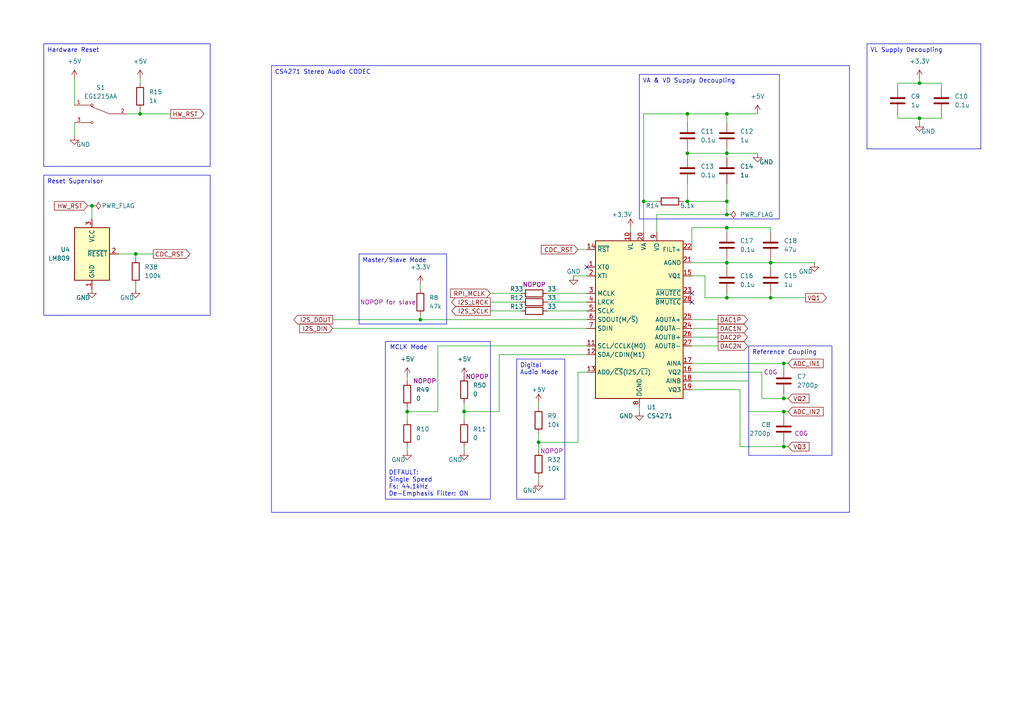
<source format=kicad_sch>
(kicad_sch (version 20230121) (generator eeschema)
  (paper "A4")
  (title_block (title "The Raspberry Jam") (date "2024-02-05") (rev "REV A0") (company "Engineer: Jed Scott"))
  (lib_symbols
    (symbol "Device:C" (pin_numbers hide) (pin_names (offset 0.254))
      (property "Reference" "C" (at 0.635 2.54 0))
      (property "Value" "C" (at 0.635 -2.54 0))
      (symbol "C_0_1"
        (polyline (pts (xy -2.032 -0.762) (xy 2.032 -0.762)) (stroke (width 0.508)))
        (polyline (pts (xy -2.032 0.762) (xy 2.032 0.762)) (stroke (width 0.508)))
      )
      (symbol "C_1_1"
        (pin passive line (at 0 3.81 270) (length 2.794) (name "~") (number "1"))
        (pin passive line (at 0 -3.81 90) (length 2.794) (name "~") (number "2"))
      )
    )
    (symbol "Device:R" (pin_numbers hide) (pin_names (offset 0))
      (property "Reference" "R" (at 2.032 0 90))
      (property "Value" "R" (at 0 0 90))
      (symbol "R_0_1"
        (rectangle (start -1.016 -2.54) (end 1.016 2.54) (stroke (width 0.254)))
      )
      (symbol "R_1_1"
        (pin passive line (at 0 3.81 270) (length 1.27) (name "~") (number "1"))
        (pin passive line (at 0 -3.81 90) (length 1.27) (name "~") (number "2"))
      )
    )
    (symbol "EG1215AA:EG1215AA" (pin_names (offset 1.016))
      (property "Reference" "S" (at -2.54 5.08 0))
      (property "Value" "EG1215AA" (at -2.54 -5.08 0))
      (symbol "EG1215AA_0_0"
        (polyline (pts (xy -2.54 0) (xy -5.08 0)) (stroke (width 0.1524)))
        (polyline (pts (xy -2.54 0) (xy 2.794 2.1336)) (stroke (width 0.1524)))
        (polyline (pts (xy 5.08 -2.54) (xy 2.921 -2.54)) (stroke (width 0.1524)))
        (polyline (pts (xy 5.08 2.54) (xy 2.921 2.54)) (stroke (width 0.1524)))
        (circle (center 2.54 -2.54) (radius 0.3302) (stroke (width 0.1524)))
        (circle (center 2.54 2.54) (radius 0.3302) (stroke (width 0.1524)))
        (pin passive line (at 7.62 2.54 180) (length 2.54) (name "~") (number "1"))
        (pin passive line (at -7.62 0 0) (length 2.54) (name "~") (number "2"))
        (pin passive line (at 7.62 -2.54 180) (length 2.54) (name "~") (number "3"))
      )
    )
    (symbol "New_Library:CS4271"
      (property "Reference" "U" (at -12.7 24.13 0))
      (property "Value" "CS4271" (at 5.08 -24.13 0))
      (symbol "CS4271_0_1"
        (rectangle (start -12.7 22.86) (end 12.7 -22.86) (stroke (width 0.254)) (fill (type background)))
      )
      (symbol "CS4271_1_1"
        (pin output line (at -15.24 15.24 0) (length 2.54) (name "XT0") (number "1"))
        (pin power_in line (at -2.54 25.4 270) (length 2.54) (name "VL") (number "10"))
        (pin input line (at -15.24 -7.62 0) (length 2.54) (name "SCL/CCLK(M0)") (number "11"))
        (pin bidirectional line (at -15.24 -10.16 0) (length 2.54) (name "SDA/CDIN(M1)") (number "12"))
        (pin input line (at -15.24 -15.24 0) (length 2.54) (name "AD0/~{CS}(I2S/~{LJ})") (number "13"))
        (pin input line (at -15.24 20.32 0) (length 2.54) (name "~{RST}") (number "14"))
        (pin output line (at 15.24 12.7 180) (length 2.54) (name "VQ1") (number "15"))
        (pin input line (at 15.24 -15.24 180) (length 2.54) (name "VQ2") (number "16"))
        (pin input line (at 15.24 -12.7 180) (length 2.54) (name "AINA") (number "17"))
        (pin input line (at 15.24 -17.78 180) (length 2.54) (name "AINB") (number "18"))
        (pin input line (at 15.24 -20.32 180) (length 2.54) (name "VQ3") (number "19"))
        (pin input line (at -15.24 12.7 0) (length 2.54) (name "XTI") (number "2"))
        (pin power_in line (at 1.27 25.4 270) (length 2.54) (name "VA") (number "20"))
        (pin power_in line (at 15.24 16.51 180) (length 2.54) (name "AGND") (number "21"))
        (pin output line (at 15.24 20.32 180) (length 2.54) (name "FILT+") (number "22"))
        (pin output line (at 15.24 7.62 180) (length 2.54) (name "~{AMUTEC}") (number "23"))
        (pin output line (at 15.24 -2.54 180) (length 2.54) (name "AOUTA-") (number "24"))
        (pin output line (at 15.24 0 180) (length 2.54) (name "AOUTA+") (number "25"))
        (pin output line (at 15.24 -5.08 180) (length 2.54) (name "AOUTB+") (number "26"))
        (pin output line (at 15.24 -7.62 180) (length 2.54) (name "AOUTB-") (number "27"))
        (pin output line (at 15.24 5.08 180) (length 2.54) (name "~{BMUTEC}") (number "28"))
        (pin bidirectional line (at -15.24 7.62 0) (length 2.54) (name "MCLK") (number "3"))
        (pin bidirectional line (at -15.24 5.08 0) (length 2.54) (name "LRCK") (number "4"))
        (pin bidirectional line (at -15.24 2.54 0) (length 2.54) (name "SCLK") (number "5"))
        (pin output line (at -15.24 0 0) (length 2.54) (name "SDOUT(M/~{S})") (number "6"))
        (pin input line (at -15.24 -2.54 0) (length 2.54) (name "SDIN") (number "7"))
        (pin power_in line (at 0 -25.4 90) (length 2.54) (name "DGND") (number "8"))
        (pin power_in line (at 5.08 25.4 270) (length 2.54) (name "VD") (number "9"))
      )
    )
    (symbol "Power_Supervisor:LM809"
      (property "Reference" "U" (at 2.54 12.7 0))
      (property "Value" "LM809" (at 5.08 10.16 0))
      (symbol "LM809_0_1"
        (rectangle (start 5.08 7.62) (end -5.08 -7.62) (stroke (width 0.254)) (fill (type background)))
      )
      (symbol "LM809_1_1"
        (pin power_in line (at 0 -10.16 90) (length 2.54) (name "GND") (number "1"))
        (pin output line (at 7.62 0 180) (length 2.54) (name "~{RESET}") (number "2"))
        (pin power_in line (at 0 10.16 270) (length 2.54) (name "VCC") (number "3"))
      )
    )
    (symbol "power:+3.3V" (power) (pin_names (offset 0))
      (property "Value" "+3.3V" (at 0 3.556 0))
      (symbol "+3.3V_0_1"
        (polyline (pts (xy -0.762 1.27) (xy 0 2.54)))
        (polyline (pts (xy 0 0) (xy 0 2.54)))
        (polyline (pts (xy 0 2.54) (xy 0.762 1.27)))
      )
      (symbol "+3.3V_1_1"
        (pin power_in line (at 0 0 90) (length 0) hide (name "+3.3V") (number "1"))
      )
    )
    (symbol "power:+5V" (power) (pin_names (offset 0))
      (property "Value" "+5V" (at 0 3.556 0))
      (symbol "+5V_0_1"
        (polyline (pts (xy -0.762 1.27) (xy 0 2.54)))
        (polyline (pts (xy 0 0) (xy 0 2.54)))
        (polyline (pts (xy 0 2.54) (xy 0.762 1.27)))
      )
      (symbol "+5V_1_1"
        (pin power_in line (at 0 0 90) (length 0) hide (name "+5V") (number "1"))
      )
    )
    (symbol "power:GND" (power) (pin_names (offset 0))
      (property "Value" "GND" (at 0 -3.81 0))
      (symbol "GND_0_1"
        (polyline (pts (xy 0 0) (xy 0 -1.27) (xy 1.27 -1.27) (xy 0 -2.54) (xy -1.27 -1.27) (xy 0 -1.27)))
      )
      (symbol "GND_1_1"
        (pin power_in line (at 0 0 270) (length 0) hide (name "GND") (number "1"))
      )
    )
    (symbol "power:PWR_FLAG" (power) (pin_numbers hide) (pin_names (offset 0) hide)
      (property "Value" "PWR_FLAG" (at 0 3.81 0))
      (symbol "PWR_FLAG_0_0"
        (pin power_out line (at 0 0 90) (length 0) (name "pwr") (number "1"))
      )
      (symbol "PWR_FLAG_0_1"
        (polyline (pts (xy 0 0) (xy 0 1.27) (xy -1.016 1.905) (xy 0 2.54) (xy 1.016 1.905) (xy 0 1.27)))
      )
    )
  )
  (junction (at 227.33 105.41))
  (junction (at 134.62 119.38))
  (junction (at 199.39 58.42))
  (junction (at 210.82 58.42))
  (junction (at 210.82 86.36))
  (junction (at 156.21 128.27))
  (junction (at 39.37 73.66))
  (junction (at 199.39 33.02))
  (junction (at 227.33 115.57))
  (junction (at 118.11 119.38))
  (junction (at 186.69 58.42))
  (junction (at 227.33 129.54))
  (junction (at 210.82 44.45))
  (junction (at 210.82 76.2))
  (junction (at 210.82 33.02))
  (junction (at 210.82 62.23))
  (junction (at 121.92 92.71))
  (junction (at 223.52 86.36))
  (junction (at 223.52 76.2))
  (junction (at 26.67 59.69))
  (junction (at 266.7 24.13))
  (junction (at 199.39 44.45))
  (junction (at 40.64 33.02))
  (junction (at 210.82 66.04))
  (junction (at 266.7 34.29))
  (junction (at 227.33 119.38))
  (no_connect (at 200.66 87.63))
  (no_connect (at 200.66 85.09))
  (no_connect (at 170.18 77.47))
  (wire (pts (xy 199.39 43.18) (xy 199.39 44.45)))
  (wire (pts (xy 144.78 119.38) (xy 144.78 102.87)))
  (wire (pts (xy 199.39 44.45) (xy 210.82 44.45)))
  (wire (pts (xy 158.75 87.63) (xy 170.18 87.63)))
  (wire (pts (xy 200.66 110.49) (xy 217.17 110.49)))
  (wire (pts (xy 214.63 129.54) (xy 227.33 129.54)))
  (wire (pts (xy 266.7 24.13) (xy 260.35 24.13)))
  (wire (pts (xy 198.12 58.42) (xy 199.39 58.42)))
  (wire (pts (xy 210.82 86.36) (xy 223.52 86.36)))
  (wire (pts (xy 190.5 62.23) (xy 190.5 67.31)))
  (wire (pts (xy 266.7 34.29) (xy 273.05 34.29)))
  (wire (pts (xy 227.33 129.54) (xy 227.33 128.27)))
  (wire (pts (xy 266.7 34.29) (xy 266.7 35.56)))
  (wire (pts (xy 227.33 119.38) (xy 228.6 119.38)))
  (wire (pts (xy 127 119.38) (xy 127 100.33)))
  (wire (pts (xy 204.47 80.01) (xy 200.66 80.01)))
  (wire (pts (xy 118.11 109.22) (xy 118.11 110.49)))
  (wire (pts (xy 40.64 22.86) (xy 40.64 24.13)))
  (wire (pts (xy 36.83 33.02) (xy 40.64 33.02)))
  (wire (pts (xy 96.52 95.25) (xy 170.18 95.25)))
  (wire (pts (xy 227.33 115.57) (xy 227.33 114.3)))
  (wire (pts (xy 266.7 34.29) (xy 260.35 34.29)))
  (wire (pts (xy 204.47 86.36) (xy 204.47 80.01)))
  (wire (pts (xy 223.52 76.2) (xy 223.52 77.47)))
  (wire (pts (xy 204.47 86.36) (xy 210.82 86.36)))
  (wire (pts (xy 273.05 33.02) (xy 273.05 34.29)))
  (wire (pts (xy 199.39 33.02) (xy 199.39 35.56)))
  (wire (pts (xy 142.24 87.63) (xy 151.13 87.63)))
  (wire (pts (xy 228.6 129.54) (xy 227.33 129.54)))
  (wire (pts (xy 260.35 34.29) (xy 260.35 33.02)))
  (wire (pts (xy 223.52 76.2) (xy 236.22 76.2)))
  (wire (pts (xy 223.52 86.36) (xy 233.68 86.36)))
  (wire (pts (xy 156.21 128.27) (xy 167.64 128.27)))
  (wire (pts (xy 210.82 74.93) (xy 210.82 76.2)))
  (wire (pts (xy 200.66 72.39) (xy 200.66 66.04)))
  (wire (pts (xy 266.7 22.86) (xy 266.7 24.13)))
  (wire (pts (xy 182.88 66.04) (xy 182.88 67.31)))
  (wire (pts (xy 40.64 31.75) (xy 40.64 33.02)))
  (wire (pts (xy 223.52 74.93) (xy 223.52 76.2)))
  (wire (pts (xy 158.75 85.09) (xy 170.18 85.09)))
  (wire (pts (xy 25.4 59.69) (xy 26.67 59.69)))
  (wire (pts (xy 142.24 85.09) (xy 151.13 85.09)))
  (wire (pts (xy 210.82 33.02) (xy 219.71 33.02)))
  (wire (pts (xy 134.62 119.38) (xy 134.62 121.92)))
  (wire (pts (xy 220.98 107.95) (xy 220.98 115.57)))
  (wire (pts (xy 156.21 128.27) (xy 156.21 130.81)))
  (wire (pts (xy 210.82 76.2) (xy 223.52 76.2)))
  (wire (pts (xy 185.42 118.11) (xy 185.42 119.38)))
  (wire (pts (xy 214.63 113.03) (xy 214.63 129.54)))
  (wire (pts (xy 186.69 58.42) (xy 190.5 58.42)))
  (wire (pts (xy 227.33 115.57) (xy 228.6 115.57)))
  (wire (pts (xy 167.64 72.39) (xy 170.18 72.39)))
  (wire (pts (xy 210.82 43.18) (xy 210.82 44.45)))
  (wire (pts (xy 227.33 105.41) (xy 228.6 105.41)))
  (wire (pts (xy 134.62 130.81) (xy 134.62 129.54)))
  (wire (pts (xy 34.29 73.66) (xy 39.37 73.66)))
  (wire (pts (xy 210.82 62.23) (xy 190.5 62.23)))
  (wire (pts (xy 200.66 113.03) (xy 214.63 113.03)))
  (wire (pts (xy 118.11 118.11) (xy 118.11 119.38)))
  (wire (pts (xy 200.66 92.71) (xy 208.28 92.71)))
  (wire (pts (xy 21.59 35.56) (xy 21.59 39.37)))
  (wire (pts (xy 121.92 92.71) (xy 170.18 92.71)))
  (wire (pts (xy 127 119.38) (xy 118.11 119.38)))
  (wire (pts (xy 210.82 53.34) (xy 210.82 58.42)))
  (wire (pts (xy 210.82 58.42) (xy 210.82 62.23)))
  (wire (pts (xy 127 100.33) (xy 170.18 100.33)))
  (wire (pts (xy 217.17 110.49) (xy 217.17 119.38)))
  (wire (pts (xy 273.05 25.4) (xy 273.05 24.13)))
  (wire (pts (xy 217.17 119.38) (xy 227.33 119.38)))
  (wire (pts (xy 167.64 128.27) (xy 167.64 107.95)))
  (wire (pts (xy 199.39 58.42) (xy 210.82 58.42)))
  (wire (pts (xy 199.39 53.34) (xy 199.39 58.42)))
  (wire (pts (xy 210.82 44.45) (xy 219.71 44.45)))
  (wire (pts (xy 210.82 76.2) (xy 210.82 77.47)))
  (wire (pts (xy 118.11 121.92) (xy 118.11 119.38)))
  (wire (pts (xy 156.21 138.43) (xy 156.21 139.7)))
  (wire (pts (xy 200.66 107.95) (xy 220.98 107.95)))
  (wire (pts (xy 227.33 105.41) (xy 227.33 106.68)))
  (wire (pts (xy 266.7 24.13) (xy 273.05 24.13)))
  (wire (pts (xy 96.52 92.71) (xy 121.92 92.71)))
  (wire (pts (xy 260.35 25.4) (xy 260.35 24.13)))
  (wire (pts (xy 186.69 33.02) (xy 186.69 58.42)))
  (wire (pts (xy 200.66 97.79) (xy 208.28 97.79)))
  (wire (pts (xy 26.67 59.69) (xy 26.67 63.5)))
  (wire (pts (xy 200.66 105.41) (xy 227.33 105.41)))
  (wire (pts (xy 134.62 119.38) (xy 144.78 119.38)))
  (wire (pts (xy 134.62 116.84) (xy 134.62 119.38)))
  (wire (pts (xy 210.82 33.02) (xy 210.82 35.56)))
  (wire (pts (xy 199.39 44.45) (xy 199.39 45.72)))
  (wire (pts (xy 121.92 82.55) (xy 121.92 83.82)))
  (wire (pts (xy 200.66 66.04) (xy 210.82 66.04)))
  (wire (pts (xy 39.37 82.55) (xy 39.37 83.82)))
  (wire (pts (xy 156.21 125.73) (xy 156.21 128.27)))
  (wire (pts (xy 39.37 73.66) (xy 39.37 74.93)))
  (wire (pts (xy 223.52 85.09) (xy 223.52 86.36)))
  (wire (pts (xy 156.21 116.84) (xy 156.21 118.11)))
  (wire (pts (xy 223.52 66.04) (xy 223.52 67.31)))
  (wire (pts (xy 199.39 33.02) (xy 210.82 33.02)))
  (wire (pts (xy 21.59 22.86) (xy 21.59 30.48)))
  (wire (pts (xy 200.66 76.2) (xy 210.82 76.2)))
  (wire (pts (xy 118.11 130.81) (xy 118.11 129.54)))
  (wire (pts (xy 210.82 66.04) (xy 223.52 66.04)))
  (wire (pts (xy 144.78 102.87) (xy 170.18 102.87)))
  (wire (pts (xy 220.98 115.57) (xy 227.33 115.57)))
  (wire (pts (xy 186.69 58.42) (xy 186.69 67.31)))
  (wire (pts (xy 210.82 85.09) (xy 210.82 86.36)))
  (wire (pts (xy 200.66 95.25) (xy 208.28 95.25)))
  (wire (pts (xy 170.18 80.01) (xy 166.37 80.01)))
  (wire (pts (xy 210.82 66.04) (xy 210.82 67.31)))
  (wire (pts (xy 200.66 100.33) (xy 208.28 100.33)))
  (wire (pts (xy 186.69 33.02) (xy 199.39 33.02)))
  (wire (pts (xy 227.33 120.65) (xy 227.33 119.38)))
  (wire (pts (xy 158.75 90.17) (xy 170.18 90.17)))
  (wire (pts (xy 167.64 107.95) (xy 170.18 107.95)))
  (wire (pts (xy 121.92 91.44) (xy 121.92 92.71)))
  (wire (pts (xy 40.64 33.02) (xy 49.53 33.02)))
  (wire (pts (xy 142.24 90.17) (xy 151.13 90.17)))
  (wire (pts (xy 39.37 73.66) (xy 44.45 73.66)))
  (wire (pts (xy 210.82 44.45) (xy 210.82 45.72)))
  (text_box "DEFAULT:\nSingle Speed\nFs: 44.1kHz\nDe-Emphasis Filter: ON\n" (at 111.76 99.06 0) (size 30.48 45.72) (effects (font (size 1.27 1.27)) (justify left bottom)))
  (text_box "Hardware Reset\n" (at 12.7 12.7 0) (size 48.26 35.56) (effects (font (size 1.27 1.27)) (justify left top)))
  (text_box "Digital Audio Mode\n" (at 149.86 104.14 0) (size 13.97 40.64) (effects (font (size 1.27 1.27)) (justify left top)))
  (text_box "Reset Supervisor" (at 12.7 50.8 0) (size 48.26 40.64) (effects (font (size 1.27 1.27)) (justify left top)))
  (text_box "Reference Coupling" (at 217.17 100.33 0) (size 24.13 31.75) (effects (font (size 1.27 1.27)) (justify left top)))
  (text_box "Master/Slave Mode" (at 104.14 73.66 0) (size 25.4 20.32) (effects (font (size 1.27 1.27)) (justify left top)))
  (text_box "CS4271 Stereo Audio CODEC" (at 78.74 19.05 0) (size 167.64 129.54) (effects (font (size 1.27 1.27)) (justify left top)))
  (text_box "VL Supply Decoupling " (at 251.46 12.7 0) (size 33.02 30.48) (effects (font (size 1.27 1.27)) (justify left top)))
  (text_box "VA & VD Supply Decoupling " (at 185.42 21.59 0) (size 40.64 41.91) (effects (font (size 1.27 1.27)) (justify left top)))
  (text "MCLK Mode\n" (at 113.03 101.6 0) (effects (font (size 1.27 1.27)) (justify left bottom)))
  (global_label "I2S_DOUT" (shape output) (at 96.52 92.71 180) (property "Intersheetrefs" "${INTERSHEET_REFS}" (effects hide)))
  (global_label "HW_RST" (shape output) (at 49.53 33.02 0) (property "Intersheetrefs" "${INTERSHEET_REFS}" (effects hide)))
  (global_label "DAC1P" (shape output) (at 208.28 92.71 0) (property "Intersheetrefs" "${INTERSHEET_REFS}" (effects hide)))
  (global_label "DAC2N" (shape output) (at 208.28 100.33 0) (property "Intersheetrefs" "${INTERSHEET_REFS}" (effects hide)))
  (global_label "VQ1" (shape output) (at 233.68 86.36 0) (property "Intersheetrefs" "${INTERSHEET_REFS}" (effects hide)))
  (global_label "RPI_MCLK" (shape input) (at 142.24 85.09 180) (property "Intersheetrefs" "${INTERSHEET_REFS}" (effects hide)))
  (global_label "DAC1N" (shape output) (at 208.28 95.25 0) (property "Intersheetrefs" "${INTERSHEET_REFS}" (effects hide)))
  (global_label "VQ3" (shape input) (at 228.6 129.54 0) (property "Intersheetrefs" "${INTERSHEET_REFS}" (effects hide)))
  (global_label "CDC_RST" (shape input) (at 167.64 72.39 180) (property "Intersheetrefs" "${INTERSHEET_REFS}" (effects hide)))
  (global_label "ADC_IN1" (shape input) (at 228.6 105.41 0) (property "Intersheetrefs" "${INTERSHEET_REFS}" (effects hide)))
  (global_label "DAC2P" (shape output) (at 208.28 97.79 0) (property "Intersheetrefs" "${INTERSHEET_REFS}" (effects hide)))
  (global_label "ADC_IN2" (shape input) (at 228.6 119.38 0) (property "Intersheetrefs" "${INTERSHEET_REFS}" (effects hide)))
  (global_label "I2S_SCLK" (shape output) (at 142.24 90.17 180) (property "Intersheetrefs" "${INTERSHEET_REFS}" (effects hide)))
  (global_label "VQ2" (shape input) (at 228.6 115.57 0) (property "Intersheetrefs" "${INTERSHEET_REFS}" (effects hide)))
  (global_label "I2S_LRCK" (shape output) (at 142.24 87.63 180) (property "Intersheetrefs" "${INTERSHEET_REFS}" (effects hide)))
  (global_label "HW_RST" (shape input) (at 25.4 59.69 180) (property "Intersheetrefs" "${INTERSHEET_REFS}" (effects hide)))
  (global_label "I2S_DIN" (shape input) (at 96.52 95.25 180) (property "Intersheetrefs" "${INTERSHEET_REFS}" (effects hide)))
  (global_label "CDC_RST" (shape output) (at 44.45 73.66 0) (property "Intersheetrefs" "${INTERSHEET_REFS}" (effects hide)))
  (symbol (lib_id "power:+5V") (at 219.71 33.02 0) (unit 1)
    (property "Reference" "#PWR051" (effects hide))
    (property "Value" "+5V" (at 219.71 27.94 0))
  )
  (symbol (lib_id "Device:C") (at 210.82 71.12 0) (unit 1)
    (property "Reference" "C17" (at 214.63 69.85 0) (effects (justify left)))
    (property "Value" "0.1u" (at 214.63 72.39 0) (effects (justify left)))
    (property "Footprint" "Capacitor_SMD:C_0805_2012Metric_Pad1.18x1.45mm_HandSolder" (effects hide))
  )
  (symbol (lib_id "New_Library:CS4271") (at 185.42 92.71 0) (unit 1)
    (property "Reference" "U1" (at 187.6141 118.11 0) (effects (justify left)))
    (property "Value" "CS4271" (at 187.6141 120.65 0) (effects (justify left)))
    (property "Footprint" "Package_SO:TSSOP-28_4.4x9.7mm_P0.65mm" (effects hide))
    (property "Datasheet" "https://statics.cirrus.com/pubs/proDatasheet/CS4272_F1.pdf" (effects hide))
  )
  (symbol (lib_id "power:GND") (at 219.71 44.45 0) (unit 1)
    (property "Reference" "#PWR013" (effects hide))
    (property "Value" "GND" (at 222.25 46.99 0))
  )
  (symbol (lib_id "power:GND") (at 156.21 139.7 0) (unit 1)
    (property "Reference" "#PWR039" (effects hide))
    (property "Value" "GND" (at 153.67 142.24 0))
  )
  (symbol (lib_id "power:+3.3V") (at 121.92 82.55 0) (unit 1)
    (property "Reference" "#PWR055" (effects hide))
    (property "Value" "+3.3V" (at 121.92 77.47 0))
  )
  (symbol (lib_id "power:+5V") (at 134.62 109.22 0) (unit 1)
    (property "Reference" "#PWR054" (effects hide))
    (property "Value" "+5V" (at 134.62 104.14 0))
  )
  (symbol (lib_id "Device:R") (at 154.94 87.63 270) (unit 1)
    (property "Reference" "R12" (at 149.86 86.36 90))
    (property "Value" "33" (at 160.02 86.36 90))
    (property "Footprint" "Resistor_SMD:R_0805_2012Metric_Pad1.20x1.40mm_HandSolder" (effects hide))
  )
  (symbol (lib_id "power:GND") (at 266.7 35.56 0) (unit 1)
    (property "Reference" "#PWR012" (effects hide))
    (property "Value" "GND" (at 269.24 38.1 0))
  )
  (symbol (lib_id "power:GND") (at 236.22 76.2 0) (unit 1)
    (property "Reference" "#PWR02" (effects hide))
    (property "Value" "GND" (at 233.68 78.74 0))
  )
  (symbol (lib_id "power:+3.3V") (at 266.7 22.86 0) (unit 1)
    (property "Reference" "#PWR050" (effects hide))
    (property "Value" "+3.3V" (at 266.7 17.78 0))
  )
  (symbol (lib_id "Device:C") (at 260.35 29.21 0) (unit 1)
    (property "Reference" "C9" (at 264.16 27.94 0) (effects (justify left)))
    (property "Value" "1u" (at 264.16 30.48 0) (effects (justify left)))
    (property "Footprint" "Capacitor_SMD:C_0805_2012Metric_Pad1.18x1.45mm_HandSolder" (effects hide))
  )
  (symbol (lib_id "Device:C") (at 223.52 81.28 0) (unit 1)
    (property "Reference" "C15" (at 227.33 80.01 0) (effects (justify left)))
    (property "Value" "1u" (at 227.33 82.55 0) (effects (justify left)))
    (property "Footprint" "Capacitor_SMD:C_0805_2012Metric_Pad1.18x1.45mm_HandSolder" (effects hide))
  )
  (symbol (lib_id "Device:C") (at 210.82 39.37 0) (unit 1)
    (property "Reference" "C12" (at 214.63 38.1 0) (effects (justify left)))
    (property "Value" "1u" (at 214.63 40.64 0) (effects (justify left)))
    (property "Footprint" "Capacitor_SMD:C_0805_2012Metric_Pad1.18x1.45mm_HandSolder" (effects hide))
  )
  (symbol (lib_id "power:+5V") (at 21.59 22.86 0) (unit 1)
    (property "Reference" "#PWR049" (effects hide))
    (property "Value" "+5V" (at 21.59 17.78 0))
  )
  (symbol (lib_id "Device:C") (at 227.33 124.46 0) (mirror x) (unit 1)
    (property "Reference" "C8" (at 223.52 123.19 0) (effects (justify right)))
    (property "Value" "2700p" (at 223.52 125.73 0) (effects (justify right)))
    (property "Footprint" "Capacitor_SMD:C_0805_2012Metric_Pad1.18x1.45mm_HandSolder" (effects hide))
    (property "Type" "C0G" (at 232.41 125.73 0))
  )
  (symbol (lib_id "power:+5V") (at 118.11 109.22 0) (unit 1)
    (property "Reference" "#PWR053" (effects hide))
    (property "Value" "+5V" (at 118.11 104.14 0))
  )
  (symbol (lib_id "Device:C") (at 227.33 110.49 0) (unit 1)
    (property "Reference" "C7" (at 231.14 109.22 0) (effects (justify left)))
    (property "Value" "2700p" (at 231.14 111.76 0) (effects (justify left)))
    (property "Footprint" "Capacitor_SMD:C_0805_2012Metric_Pad1.18x1.45mm_HandSolder" (effects hide))
    (property "Type" "C0G" (at 223.52 107.95 0))
  )
  (symbol (lib_id "Device:R") (at 134.62 125.73 0) (unit 1)
    (property "Reference" "R11" (at 137.16 124.46 0) (effects (justify left)))
    (property "Value" "0" (at 137.16 127 0) (effects (justify left)))
    (property "Footprint" "Resistor_SMD:R_0805_2012Metric_Pad1.20x1.40mm_HandSolder" (effects hide))
  )
  (symbol (lib_id "Device:C") (at 223.52 71.12 0) (unit 1)
    (property "Reference" "C18" (at 227.33 69.85 0) (effects (justify left)))
    (property "Value" "47u" (at 227.33 72.39 0) (effects (justify left)))
    (property "Footprint" "Capacitor_SMD:C_0805_2012Metric_Pad1.18x1.45mm_HandSolder" (effects hide))
  )
  (symbol (lib_id "Device:R") (at 39.37 78.74 0) (unit 1)
    (property "Reference" "R38" (at 41.91 77.47 0) (effects (justify left)))
    (property "Value" "100k" (at 41.91 80.01 0) (effects (justify left)))
    (property "Footprint" "Resistor_SMD:R_0805_2012Metric_Pad1.20x1.40mm_HandSolder" (effects hide))
  )
  (symbol (lib_id "Device:R") (at 194.31 58.42 270) (unit 1)
    (property "Reference" "R14" (at 189.23 59.69 90))
    (property "Value" "5.1k" (at 199.39 59.69 90))
    (property "Footprint" "Resistor_SMD:R_0805_2012Metric_Pad1.20x1.40mm_HandSolder" (effects hide))
  )
  (symbol (lib_id "power:GND") (at 118.11 130.81 0) (unit 1)
    (property "Reference" "#PWR010" (effects hide))
    (property "Value" "GND" (at 115.57 133.35 0))
  )
  (symbol (lib_id "Device:R") (at 154.94 90.17 270) (unit 1)
    (property "Reference" "R13" (at 149.86 88.9 90))
    (property "Value" "33" (at 160.02 88.9 90))
    (property "Footprint" "Resistor_SMD:R_0805_2012Metric_Pad1.20x1.40mm_HandSolder" (effects hide))
  )
  (symbol (lib_id "Device:R") (at 121.92 87.63 0) (unit 1)
    (property "Reference" "R8" (at 124.46 86.36 0) (effects (justify left)))
    (property "Value" "47k" (at 124.46 88.9 0) (effects (justify left)))
    (property "Footprint" "Resistor_SMD:R_0805_2012Metric_Pad1.20x1.40mm_HandSolder" (effects hide))
    (property "ASSM. Note" "NOPOP for slave " (at 113.03 87.63 0))
  )
  (symbol (lib_id "power:GND") (at 39.37 83.82 0) (unit 1)
    (property "Reference" "#PWR041" (effects hide))
    (property "Value" "GND" (at 36.83 86.36 0))
  )
  (symbol (lib_id "Device:C") (at 210.82 81.28 0) (unit 1)
    (property "Reference" "C16" (at 214.63 80.01 0) (effects (justify left)))
    (property "Value" "0.1u" (at 214.63 82.55 0) (effects (justify left)))
    (property "Footprint" "Capacitor_SMD:C_0805_2012Metric_Pad1.18x1.45mm_HandSolder" (effects hide))
  )
  (symbol (lib_id "power:GND") (at 21.59 39.37 0) (unit 1)
    (property "Reference" "#PWR015" (effects hide))
    (property "Value" "GND" (at 24.13 41.91 0))
  )
  (symbol (lib_id "power:GND") (at 26.67 83.82 0) (unit 1)
    (property "Reference" "#PWR08" (effects hide))
    (property "Value" "GND" (at 24.13 86.36 0))
  )
  (symbol (lib_id "Device:C") (at 199.39 49.53 0) (unit 1)
    (property "Reference" "C13" (at 203.2 48.26 0) (effects (justify left)))
    (property "Value" "0.1u" (at 203.2 50.8 0) (effects (justify left)))
    (property "Footprint" "Capacitor_SMD:C_0805_2012Metric_Pad1.18x1.45mm_HandSolder" (effects hide))
  )
  (symbol (lib_id "power:GND") (at 185.42 119.38 0) (unit 1)
    (property "Reference" "#PWR01" (effects hide))
    (property "Value" "GND" (at 181.61 120.65 0))
  )
  (symbol (lib_id "Device:R") (at 156.21 121.92 0) (unit 1)
    (property "Reference" "R9" (at 158.75 120.65 0) (effects (justify left)))
    (property "Value" "10k" (at 158.75 123.19 0) (effects (justify left)))
    (property "Footprint" "Resistor_SMD:R_0805_2012Metric_Pad1.20x1.40mm_HandSolder" (effects hide))
  )
  (symbol (lib_id "Device:R") (at 154.94 85.09 270) (unit 1)
    (property "Reference" "R33" (at 149.86 83.82 90))
    (property "Value" "33" (at 160.02 83.82 90))
    (property "Footprint" "Resistor_SMD:R_0805_2012Metric_Pad1.20x1.40mm_HandSolder" (effects hide))
    (property "ASSM. Note" "NOPOP" (at 154.94 82.55 90))
  )
  (symbol (lib_id "Device:C") (at 210.82 49.53 0) (unit 1)
    (property "Reference" "C14" (at 214.63 48.26 0) (effects (justify left)))
    (property "Value" "1u" (at 214.63 50.8 0) (effects (justify left)))
    (property "Footprint" "Capacitor_SMD:C_0805_2012Metric_Pad1.18x1.45mm_HandSolder" (effects hide))
  )
  (symbol (lib_id "power:GND") (at 134.62 130.81 0) (unit 1)
    (property "Reference" "#PWR09" (effects hide))
    (property "Value" "GND" (at 132.08 133.35 0))
  )
  (symbol (lib_id "EG1215AA:EG1215AA") (at 29.21 33.02 0) (mirror y) (unit 1)
    (property "Reference" "S1" (at 29.21 25.4 0))
    (property "Value" "EG1215AA" (at 29.21 27.94 0))
    (property "Footprint" "EG1215AA:SW_EG1215AA" (effects hide))
    (property "MF" "E-Switch" (effects hide))
    (property "MAXIMUM_PACKAGE_HEIGHT" "1.40mm" (effects hide))
    (property "Package" "None" (effects hide))
    (property "Price" "None" (effects hide))
    (property "Check_prices" "https://www.snapeda.com/parts/EG1215AA/E-Switch/view-part/?ref=eda" (effects hide))
    (property "STANDARD" "Manufacturer Recommendations" (effects hide))
    (property "PARTREV" "A" (effects hide))
    (property "SnapEDA_Link" "https://www.snapeda.com/parts/EG1215AA/E-Switch/view-part/?ref=snap" (effects hide))
    (property "MP" "EG1215AA" (effects hide))
    (property "Purchase-URL" "https://www.snapeda.com/api/url_track_click_mouser/?unipart_id=3210616&manufacturer=E-Switch&part_name=EG1215AA&search_term=spdt right angle switch" (effects hide))
    (property "Description" "\nSlide Switch SPDT Surface Mount, Right Angle\n" (effects hide))
    (property "Availability" "In Stock" (effects hide))
    (property "MANUFACTURER" "E Switch" (effects hide))
  )
  (symbol (lib_id "Device:C") (at 273.05 29.21 0) (unit 1)
    (property "Reference" "C10" (at 276.86 27.94 0) (effects (justify left)))
    (property "Value" "0.1u" (at 276.86 30.48 0) (effects (justify left)))
    (property "Footprint" "Capacitor_SMD:C_0805_2012Metric_Pad1.18x1.45mm_HandSolder" (effects hide))
  )
  (symbol (lib_id "Device:R") (at 40.64 27.94 0) (unit 1)
    (property "Reference" "R15" (at 43.18 26.67 0) (effects (justify left)))
    (property "Value" "1k" (at 43.18 29.21 0) (effects (justify left)))
    (property "Footprint" "Resistor_SMD:R_0805_2012Metric_Pad1.20x1.40mm_HandSolder" (effects hide))
  )
  (symbol (lib_id "power:+5V") (at 156.21 116.84 0) (unit 1)
    (property "Reference" "#PWR073" (effects hide))
    (property "Value" "+5V" (at 156.21 113.03 0))
  )
  (symbol (lib_id "Device:R") (at 118.11 114.3 0) (unit 1)
    (property "Reference" "R49" (at 120.65 113.03 0) (effects (justify left)))
    (property "Value" "0" (at 120.65 115.57 0) (effects (justify left)))
    (property "Footprint" "Resistor_SMD:R_0805_2012Metric_Pad1.20x1.40mm_HandSolder" (effects hide))
    (property "ASSM. Note" "NOPOP" (at 123.19 110.49 0))
  )
  (symbol (lib_id "Device:C") (at 199.39 39.37 0) (unit 1)
    (property "Reference" "C11" (at 203.2 38.1 0) (effects (justify left)))
    (property "Value" "0.1u" (at 203.2 40.64 0) (effects (justify left)))
    (property "Footprint" "Capacitor_SMD:C_0805_2012Metric_Pad1.18x1.45mm_HandSolder" (effects hide))
  )
  (symbol (lib_id "power:GND") (at 166.37 80.01 0) (unit 1)
    (property "Reference" "#PWR011" (effects hide))
    (property "Value" "GND" (at 166.37 78.74 0))
  )
  (symbol (lib_id "power:PWR_FLAG") (at 26.67 59.69 270) (unit 1)
    (property "Reference" "#FLG04" (effects hide))
    (property "Value" "PWR_FLAG" (at 34.29 59.69 90))
  )
  (symbol (lib_id "Device:R") (at 134.62 113.03 0) (unit 1)
    (property "Reference" "R50" (at 137.16 111.76 0) (effects (justify left)))
    (property "Value" "0" (at 137.16 114.3 0) (effects (justify left)))
    (property "Footprint" "Resistor_SMD:R_0805_2012Metric_Pad1.20x1.40mm_HandSolder" (effects hide))
    (property "ASSM. NOTE" "NOPOP" (at 138.43 109.22 0))
  )
  (symbol (lib_id "power:+3.3V") (at 182.88 66.04 0) (unit 1)
    (property "Reference" "#PWR067" (effects hide))
    (property "Value" "+3.3V" (at 180.34 62.23 0))
  )
  (symbol (lib_id "Device:R") (at 118.11 125.73 0) (unit 1)
    (property "Reference" "R10" (at 120.65 124.46 0) (effects (justify left)))
    (property "Value" "0" (at 120.65 127 0) (effects (justify left)))
    (property "Footprint" "Resistor_SMD:R_0805_2012Metric_Pad1.20x1.40mm_HandSolder" (effects hide))
  )
  (symbol (lib_id "power:+5V") (at 40.64 22.86 0) (unit 1)
    (property "Reference" "#PWR048" (effects hide))
    (property "Value" "+5V" (at 40.64 17.78 0))
  )
  (symbol (lib_id "power:PWR_FLAG") (at 210.82 62.23 270) (unit 1)
    (property "Reference" "#FLG05" (effects hide))
    (property "Value" "PWR_FLAG" (at 214.63 62.23 90) (effects (justify left)))
  )
  (symbol (lib_id "Power_Supervisor:LM809") (at 26.67 73.66 0) (unit 1)
    (property "Reference" "U4" (at 20.32 72.39 0) (effects (justify right)))
    (property "Value" "LM809" (at 20.32 74.93 0) (effects (justify right)))
    (property "Footprint" "Package_TO_SOT_SMD:SOT-23" (effects hide))
    (property "Datasheet" "http://www.ti.com/lit/ds/symlink/lm809.pdf" (effects hide))
  )
  (symbol (lib_id "Device:R") (at 156.21 134.62 0) (unit 1)
    (property "Reference" "R32" (at 158.75 133.35 0) (effects (justify left)))
    (property "Value" "10k" (at 158.75 135.89 0) (effects (justify left)))
    (property "Footprint" "Resistor_SMD:R_0805_2012Metric_Pad1.20x1.40mm_HandSolder" (effects hide))
    (property "ASSM. Note" "NOPOP" (at 160.02 130.81 0))
  )
)
</source>
